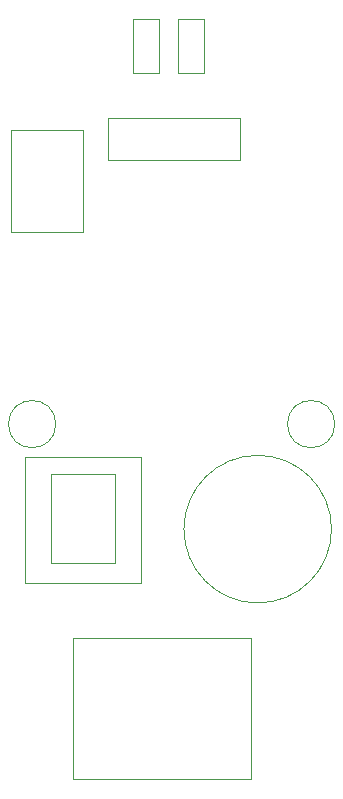
<source format=gbr>
%TF.GenerationSoftware,KiCad,Pcbnew,6.0.9*%
%TF.CreationDate,2023-02-22T15:13:05+01:00*%
%TF.ProjectId,sygeco1,73796765-636f-4312-9e6b-696361645f70,1.0*%
%TF.SameCoordinates,Original*%
%TF.FileFunction,Other,User*%
%FSLAX46Y46*%
G04 Gerber Fmt 4.6, Leading zero omitted, Abs format (unit mm)*
G04 Created by KiCad (PCBNEW 6.0.9) date 2023-02-22 15:13:05*
%MOMM*%
%LPD*%
G01*
G04 APERTURE LIST*
%ADD10C,0.050000*%
%ADD11C,0.100000*%
G04 APERTURE END LIST*
D10*
%TO.C,J1*%
X136954800Y-67338800D02*
X148154800Y-67338800D01*
X136954800Y-70888800D02*
X136954800Y-67338800D01*
X148154800Y-67338800D02*
X148154800Y-70888800D01*
X148154800Y-70888800D02*
X136954800Y-70888800D01*
%TO.C,D1*%
X141328000Y-58934000D02*
X141328000Y-63494000D01*
X139088000Y-58934000D02*
X141328000Y-58934000D01*
X141328000Y-63494000D02*
X139088000Y-63494000D01*
X139088000Y-63494000D02*
X139088000Y-58934000D01*
%TO.C,LS1*%
X155908000Y-102108000D02*
G75*
G03*
X155908000Y-102108000I-6250000J0D01*
G01*
D11*
%TO.C,S1*%
X134056000Y-111296000D02*
X149106000Y-111296000D01*
X149106000Y-123296000D02*
X134056000Y-123296000D01*
X134056000Y-123296000D02*
X134056000Y-111296000D01*
X149106000Y-111296000D02*
X149106000Y-123296000D01*
D10*
%TO.C,J2*%
X134896000Y-68334000D02*
X128746000Y-68334000D01*
X128746000Y-68334000D02*
X128746000Y-76984000D01*
X128746000Y-76984000D02*
X134896000Y-76984000D01*
X134896000Y-76984000D02*
X134896000Y-68334000D01*
%TO.C,H1*%
X132556000Y-93218000D02*
G75*
G03*
X132556000Y-93218000I-2000000J0D01*
G01*
%TO.C,H2*%
X156178000Y-93218000D02*
G75*
G03*
X156178000Y-93218000I-2000000J0D01*
G01*
%TO.C,D2*%
X142898000Y-58934000D02*
X145138000Y-58934000D01*
X145138000Y-63494000D02*
X142898000Y-63494000D01*
X142898000Y-63494000D02*
X142898000Y-58934000D01*
X145138000Y-58934000D02*
X145138000Y-63494000D01*
%TO.C,U1*%
X129964000Y-106686000D02*
X139764000Y-106686000D01*
X132127800Y-105007200D02*
X137587800Y-105007200D01*
X132127800Y-97447200D02*
X132127800Y-105007200D01*
X139764000Y-106686000D02*
X139764000Y-95986000D01*
X137587800Y-105007200D02*
X137587800Y-97447200D01*
X137587800Y-97447200D02*
X132127800Y-97447200D01*
X139764000Y-95986000D02*
X129964000Y-95986000D01*
X129964000Y-95986000D02*
X129964000Y-106686000D01*
%TD*%
M02*

</source>
